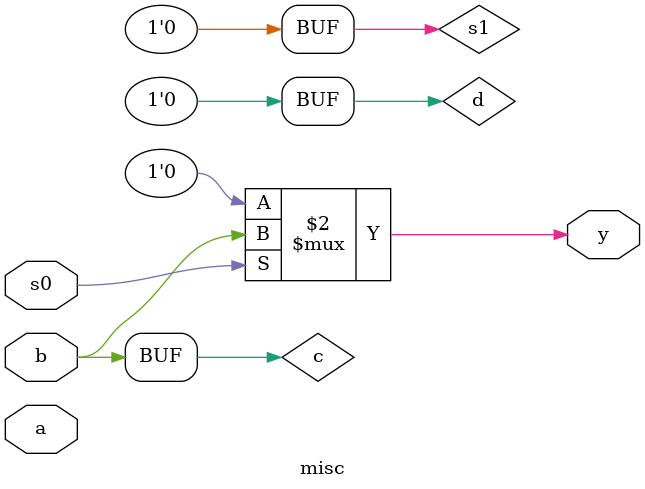
<source format=v>

module misc (output reg y,
                input wire a,b,s0
    
);
 
reg c,d,s1;

initial
    $display("debuging complete!");

   always @(*) begin

    y=0;  
    s1=y; d=y;

    c= s1 ? a : b;
    y= s0 ? c : d;


   end

endmodule //misc
</source>
